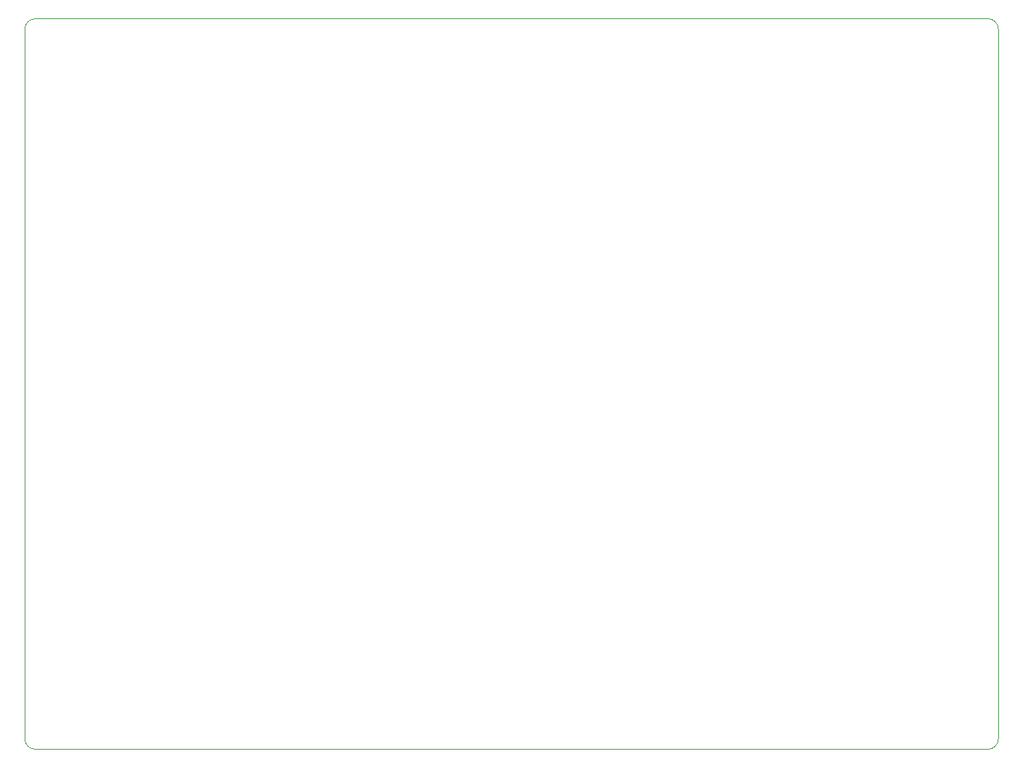
<source format=gbr>
G04 (created by PCBNEW (2013-05-31 BZR 4019)-stable) date 8/21/2013 10:35:06 AM*
%MOIN*%
G04 Gerber Fmt 3.4, Leading zero omitted, Abs format*
%FSLAX34Y34*%
G01*
G70*
G90*
G04 APERTURE LIST*
%ADD10C,0.00590551*%
%ADD11C,0.00393701*%
G04 APERTURE END LIST*
G54D10*
G54D11*
X21000Y-43500D02*
G75*
G03X21500Y-44000I500J0D01*
G74*
G01*
X66500Y-44000D02*
G75*
G03X67000Y-43500I0J500D01*
G74*
G01*
X67000Y-10000D02*
G75*
G03X66500Y-9500I-500J0D01*
G74*
G01*
X21500Y-9500D02*
G75*
G03X21000Y-10000I0J-500D01*
G74*
G01*
X21000Y-43500D02*
X21000Y-10000D01*
X66500Y-44000D02*
X21500Y-44000D01*
X67000Y-10000D02*
X67000Y-43500D01*
X21500Y-9500D02*
X66500Y-9500D01*
M02*

</source>
